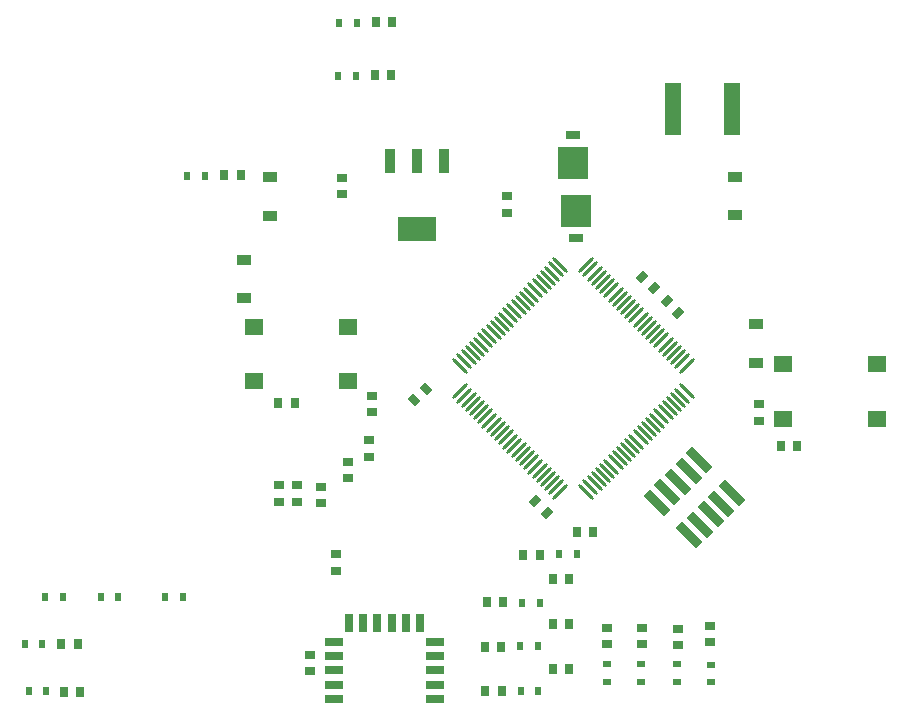
<source format=gtp>
G04 Layer_Color=8421504*
%FSLAX44Y44*%
%MOMM*%
G71*
G01*
G75*
%ADD10R,0.5000X0.8000*%
%ADD11R,1.5000X0.7000*%
%ADD12R,0.7000X1.5000*%
G04:AMPARAMS|DCode=13|XSize=0.3mm|YSize=1.8mm|CornerRadius=0mm|HoleSize=0mm|Usage=FLASHONLY|Rotation=315.000|XOffset=0mm|YOffset=0mm|HoleType=Round|Shape=Round|*
%AMOVALD13*
21,1,1.5000,0.3000,0.0000,0.0000,45.0*
1,1,0.3000,-0.5303,-0.5303*
1,1,0.3000,0.5303,0.5303*
%
%ADD13OVALD13*%

G04:AMPARAMS|DCode=14|XSize=0.3mm|YSize=1.8mm|CornerRadius=0mm|HoleSize=0mm|Usage=FLASHONLY|Rotation=225.000|XOffset=0mm|YOffset=0mm|HoleType=Round|Shape=Round|*
%AMOVALD14*
21,1,1.5000,0.3000,0.0000,0.0000,315.0*
1,1,0.3000,-0.5303,0.5303*
1,1,0.3000,0.5303,-0.5303*
%
%ADD14OVALD14*%

%ADD16R,0.7000X0.9000*%
%ADD17R,0.9000X0.7000*%
%ADD18R,1.4000X4.5000*%
%ADD19R,1.5500X1.4000*%
G04:AMPARAMS|DCode=20|XSize=2.4mm|YSize=0.76mm|CornerRadius=0mm|HoleSize=0mm|Usage=FLASHONLY|Rotation=135.000|XOffset=0mm|YOffset=0mm|HoleType=Round|Shape=Rectangle|*
%AMROTATEDRECTD20*
4,1,4,1.1172,-0.5798,0.5798,-1.1172,-1.1172,0.5798,-0.5798,1.1172,1.1172,-0.5798,0.0*
%
%ADD20ROTATEDRECTD20*%

%ADD21R,1.2000X0.8500*%
%ADD22R,1.2700X0.7620*%
%ADD23R,2.5400X2.6700*%
G04:AMPARAMS|DCode=24|XSize=0.9mm|YSize=0.7mm|CornerRadius=0mm|HoleSize=0mm|Usage=FLASHONLY|Rotation=135.000|XOffset=0mm|YOffset=0mm|HoleType=Round|Shape=Rectangle|*
%AMROTATEDRECTD24*
4,1,4,0.5657,-0.0707,0.0707,-0.5657,-0.5657,0.0707,-0.0707,0.5657,0.5657,-0.0707,0.0*
%
%ADD24ROTATEDRECTD24*%

G04:AMPARAMS|DCode=25|XSize=0.9mm|YSize=0.7mm|CornerRadius=0mm|HoleSize=0mm|Usage=FLASHONLY|Rotation=225.000|XOffset=0mm|YOffset=0mm|HoleType=Round|Shape=Rectangle|*
%AMROTATEDRECTD25*
4,1,4,0.0707,0.5657,0.5657,0.0707,-0.0707,-0.5657,-0.5657,-0.0707,0.0707,0.5657,0.0*
%
%ADD25ROTATEDRECTD25*%

%ADD26R,0.8000X0.5000*%
%ADD27R,3.2500X2.1500*%
%ADD28R,0.9500X2.1500*%
D10*
X799300Y911060D02*
D03*
X784300D02*
D03*
X637690Y469430D02*
D03*
X652690D02*
D03*
X583170Y469900D02*
D03*
X598170D02*
D03*
X940100Y464820D02*
D03*
X955100D02*
D03*
X971080Y506260D02*
D03*
X986080D02*
D03*
X938530Y427990D02*
D03*
X953530D02*
D03*
X938830Y390360D02*
D03*
X953830D02*
D03*
X551180Y469900D02*
D03*
X536180D02*
D03*
X671600Y826455D02*
D03*
X656600D02*
D03*
X799950Y955510D02*
D03*
X784950D02*
D03*
X537210Y389890D02*
D03*
X522210D02*
D03*
X533750Y430200D02*
D03*
X518750D02*
D03*
D11*
X781050Y383670D02*
D03*
Y395670D02*
D03*
Y407670D02*
D03*
Y419670D02*
D03*
Y431670D02*
D03*
X866050D02*
D03*
Y419670D02*
D03*
Y407670D02*
D03*
Y395670D02*
D03*
Y383670D02*
D03*
D12*
X793550Y448170D02*
D03*
X805550D02*
D03*
X817550D02*
D03*
X829550D02*
D03*
X841550D02*
D03*
X853550D02*
D03*
D13*
X1079180Y665778D02*
D03*
X1075645Y669313D02*
D03*
X1072109Y672849D02*
D03*
X1068574Y676385D02*
D03*
X1065038Y679920D02*
D03*
X1061503Y683456D02*
D03*
X1057967Y686991D02*
D03*
X1054432Y690527D02*
D03*
X1050896Y694062D02*
D03*
X1047361Y697598D02*
D03*
X1043825Y701133D02*
D03*
X1040290Y704669D02*
D03*
X1036754Y708204D02*
D03*
X1033219Y711740D02*
D03*
X1029683Y715275D02*
D03*
X1026147Y718811D02*
D03*
X1022612Y722346D02*
D03*
X1019076Y725882D02*
D03*
X1015541Y729417D02*
D03*
X1012005Y732953D02*
D03*
X1008470Y736488D02*
D03*
X1004934Y740024D02*
D03*
X1001399Y743560D02*
D03*
X997863Y747095D02*
D03*
X994328Y750631D02*
D03*
X887554Y643858D02*
D03*
X891090Y640322D02*
D03*
X894625Y636786D02*
D03*
X898161Y633251D02*
D03*
X901697Y629715D02*
D03*
X905232Y626180D02*
D03*
X908768Y622644D02*
D03*
X912303Y619109D02*
D03*
X915839Y615573D02*
D03*
X919374Y612038D02*
D03*
X922910Y608502D02*
D03*
X926445Y604967D02*
D03*
X929981Y601431D02*
D03*
X933516Y597896D02*
D03*
X937052Y594360D02*
D03*
X940587Y590825D02*
D03*
X944123Y587289D02*
D03*
X947659Y583754D02*
D03*
X951194Y580218D02*
D03*
X954730Y576682D02*
D03*
X958265Y573147D02*
D03*
X961801Y569611D02*
D03*
X965336Y566076D02*
D03*
X968872Y562540D02*
D03*
X972407Y559005D02*
D03*
D14*
Y750631D02*
D03*
X968872Y747095D02*
D03*
X965336Y743560D02*
D03*
X961801Y740024D02*
D03*
X958265Y736488D02*
D03*
X954730Y732953D02*
D03*
X951194Y729417D02*
D03*
X947659Y725882D02*
D03*
X944123Y722346D02*
D03*
X940587Y718811D02*
D03*
X937052Y715275D02*
D03*
X933516Y711740D02*
D03*
X929981Y708204D02*
D03*
X926445Y704669D02*
D03*
X922910Y701133D02*
D03*
X919374Y697598D02*
D03*
X915839Y694062D02*
D03*
X912303Y690527D02*
D03*
X908768Y686991D02*
D03*
X905232Y683456D02*
D03*
X901697Y679920D02*
D03*
X898161Y676384D02*
D03*
X894625Y672849D02*
D03*
X891090Y669313D02*
D03*
X887554Y665778D02*
D03*
X994328Y559005D02*
D03*
X997863Y562540D02*
D03*
X1001399Y566076D02*
D03*
X1004934Y569611D02*
D03*
X1008470Y573147D02*
D03*
X1012005Y576682D02*
D03*
X1015541Y580218D02*
D03*
X1019076Y583754D02*
D03*
X1022612Y587289D02*
D03*
X1026147Y590825D02*
D03*
X1029683Y594360D02*
D03*
X1033219Y597896D02*
D03*
X1036754Y601431D02*
D03*
X1040290Y604967D02*
D03*
X1043825Y608502D02*
D03*
X1047361Y612038D02*
D03*
X1050896Y615573D02*
D03*
X1054432Y619109D02*
D03*
X1057967Y622644D02*
D03*
X1061503Y626180D02*
D03*
X1065038Y629715D02*
D03*
X1068574Y633251D02*
D03*
X1072109Y636786D02*
D03*
X1075645Y640322D02*
D03*
X1079180Y643858D02*
D03*
D16*
X565950Y389420D02*
D03*
X551950D02*
D03*
X701610Y827255D02*
D03*
X687610D02*
D03*
X829310Y911860D02*
D03*
X815310D02*
D03*
X829960Y956310D02*
D03*
X815960D02*
D03*
X1000140Y524510D02*
D03*
X986140D02*
D03*
X979820Y447040D02*
D03*
X965820D02*
D03*
X979820Y408940D02*
D03*
X965820D02*
D03*
X941070Y505460D02*
D03*
X955070D02*
D03*
X908520Y427190D02*
D03*
X922520D02*
D03*
X979820Y485140D02*
D03*
X965820D02*
D03*
X908820Y390360D02*
D03*
X922820D02*
D03*
X910090Y465290D02*
D03*
X924090D02*
D03*
X733410Y633730D02*
D03*
X747410D02*
D03*
X549760Y429730D02*
D03*
X563760D02*
D03*
X1159157Y597825D02*
D03*
X1173157D02*
D03*
D17*
X1099397Y431398D02*
D03*
Y445398D02*
D03*
X1071926Y429008D02*
D03*
Y443008D02*
D03*
X1041447Y429628D02*
D03*
Y443628D02*
D03*
X1012236Y429628D02*
D03*
Y443628D02*
D03*
X810260Y602630D02*
D03*
Y588630D02*
D03*
X769620Y563260D02*
D03*
Y549260D02*
D03*
X734060Y564530D02*
D03*
Y550530D02*
D03*
X792480Y570200D02*
D03*
Y584200D02*
D03*
X782320Y492110D02*
D03*
Y506110D02*
D03*
X749300Y550505D02*
D03*
Y564505D02*
D03*
X812800Y626110D02*
D03*
Y640110D02*
D03*
X760730Y421020D02*
D03*
Y407020D02*
D03*
X787400Y810880D02*
D03*
Y824880D02*
D03*
X927100Y809290D02*
D03*
Y795290D02*
D03*
X1140460Y619110D02*
D03*
Y633110D02*
D03*
D18*
X1117700Y883220D02*
D03*
X1067700D02*
D03*
D19*
X1240577Y666685D02*
D03*
X1161077D02*
D03*
X1240577Y620685D02*
D03*
X1161077D02*
D03*
X713360Y652640D02*
D03*
X792860D02*
D03*
X713360Y698640D02*
D03*
X792860D02*
D03*
D20*
X1090022Y585469D02*
D03*
X1117599Y557892D02*
D03*
X1081042Y576489D02*
D03*
X1108619Y548912D02*
D03*
X1072061Y567509D02*
D03*
X1099639Y539931D02*
D03*
X1063081Y558528D02*
D03*
X1090658Y530951D02*
D03*
X1054101Y549548D02*
D03*
X1081678Y521971D02*
D03*
D21*
X1137920Y700520D02*
D03*
Y668020D02*
D03*
X726440Y792480D02*
D03*
Y824980D02*
D03*
X704850Y722630D02*
D03*
Y755130D02*
D03*
X1120140Y793000D02*
D03*
Y825500D02*
D03*
D22*
X982980Y861045D02*
D03*
X985520Y773445D02*
D03*
D23*
X982980Y837550D02*
D03*
X985520Y796940D02*
D03*
D24*
X848490Y636400D02*
D03*
X858390Y646300D02*
D03*
D25*
X961130Y541281D02*
D03*
X951230Y551180D02*
D03*
X1041614Y740999D02*
D03*
X1051514Y731100D02*
D03*
X1072168Y710445D02*
D03*
X1062269Y720344D02*
D03*
D26*
X1099820Y412510D02*
D03*
Y397510D02*
D03*
X1071457Y412998D02*
D03*
Y397998D02*
D03*
X1040976Y412998D02*
D03*
Y397998D02*
D03*
X1011767Y412998D02*
D03*
Y397998D02*
D03*
D27*
X850900Y781050D02*
D03*
D28*
X873900Y839050D02*
D03*
X850900D02*
D03*
X827900D02*
D03*
M02*

</source>
